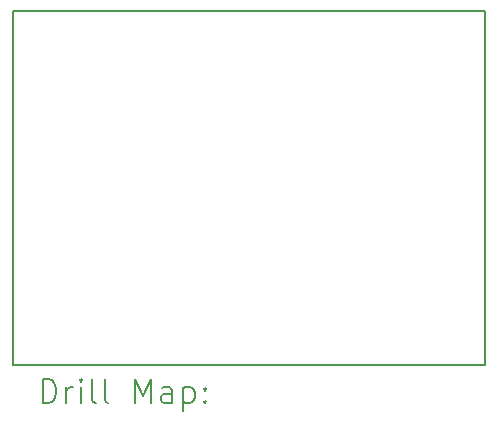
<source format=gbr>
%TF.GenerationSoftware,KiCad,Pcbnew,8.0.2*%
%TF.CreationDate,2024-05-26T22:22:25+02:00*%
%TF.ProjectId,ESP-Logger-HW,4553502d-4c6f-4676-9765-722d48572e6b,rev?*%
%TF.SameCoordinates,Original*%
%TF.FileFunction,Drillmap*%
%TF.FilePolarity,Positive*%
%FSLAX45Y45*%
G04 Gerber Fmt 4.5, Leading zero omitted, Abs format (unit mm)*
G04 Created by KiCad (PCBNEW 8.0.2) date 2024-05-26 22:22:25*
%MOMM*%
%LPD*%
G01*
G04 APERTURE LIST*
%ADD10C,0.150000*%
%ADD11C,0.200000*%
G04 APERTURE END LIST*
D10*
X2000000Y-5000000D02*
X2000000Y-2000000D01*
X2000000Y-2000000D02*
X6000000Y-2000000D01*
X6000000Y-2000000D02*
X6000000Y-5000000D01*
X6000000Y-5000000D02*
X2000000Y-5000000D01*
D11*
X2253277Y-5318984D02*
X2253277Y-5118984D01*
X2253277Y-5118984D02*
X2300896Y-5118984D01*
X2300896Y-5118984D02*
X2329467Y-5128508D01*
X2329467Y-5128508D02*
X2348515Y-5147555D01*
X2348515Y-5147555D02*
X2358039Y-5166603D01*
X2358039Y-5166603D02*
X2367563Y-5204698D01*
X2367563Y-5204698D02*
X2367563Y-5233270D01*
X2367563Y-5233270D02*
X2358039Y-5271365D01*
X2358039Y-5271365D02*
X2348515Y-5290412D01*
X2348515Y-5290412D02*
X2329467Y-5309460D01*
X2329467Y-5309460D02*
X2300896Y-5318984D01*
X2300896Y-5318984D02*
X2253277Y-5318984D01*
X2453277Y-5318984D02*
X2453277Y-5185650D01*
X2453277Y-5223746D02*
X2462801Y-5204698D01*
X2462801Y-5204698D02*
X2472324Y-5195174D01*
X2472324Y-5195174D02*
X2491372Y-5185650D01*
X2491372Y-5185650D02*
X2510420Y-5185650D01*
X2577086Y-5318984D02*
X2577086Y-5185650D01*
X2577086Y-5118984D02*
X2567563Y-5128508D01*
X2567563Y-5128508D02*
X2577086Y-5138031D01*
X2577086Y-5138031D02*
X2586610Y-5128508D01*
X2586610Y-5128508D02*
X2577086Y-5118984D01*
X2577086Y-5118984D02*
X2577086Y-5138031D01*
X2700896Y-5318984D02*
X2681848Y-5309460D01*
X2681848Y-5309460D02*
X2672324Y-5290412D01*
X2672324Y-5290412D02*
X2672324Y-5118984D01*
X2805658Y-5318984D02*
X2786610Y-5309460D01*
X2786610Y-5309460D02*
X2777086Y-5290412D01*
X2777086Y-5290412D02*
X2777086Y-5118984D01*
X3034229Y-5318984D02*
X3034229Y-5118984D01*
X3034229Y-5118984D02*
X3100896Y-5261841D01*
X3100896Y-5261841D02*
X3167562Y-5118984D01*
X3167562Y-5118984D02*
X3167562Y-5318984D01*
X3348515Y-5318984D02*
X3348515Y-5214222D01*
X3348515Y-5214222D02*
X3338991Y-5195174D01*
X3338991Y-5195174D02*
X3319943Y-5185650D01*
X3319943Y-5185650D02*
X3281848Y-5185650D01*
X3281848Y-5185650D02*
X3262801Y-5195174D01*
X3348515Y-5309460D02*
X3329467Y-5318984D01*
X3329467Y-5318984D02*
X3281848Y-5318984D01*
X3281848Y-5318984D02*
X3262801Y-5309460D01*
X3262801Y-5309460D02*
X3253277Y-5290412D01*
X3253277Y-5290412D02*
X3253277Y-5271365D01*
X3253277Y-5271365D02*
X3262801Y-5252317D01*
X3262801Y-5252317D02*
X3281848Y-5242793D01*
X3281848Y-5242793D02*
X3329467Y-5242793D01*
X3329467Y-5242793D02*
X3348515Y-5233270D01*
X3443753Y-5185650D02*
X3443753Y-5385650D01*
X3443753Y-5195174D02*
X3462801Y-5185650D01*
X3462801Y-5185650D02*
X3500896Y-5185650D01*
X3500896Y-5185650D02*
X3519943Y-5195174D01*
X3519943Y-5195174D02*
X3529467Y-5204698D01*
X3529467Y-5204698D02*
X3538991Y-5223746D01*
X3538991Y-5223746D02*
X3538991Y-5280889D01*
X3538991Y-5280889D02*
X3529467Y-5299936D01*
X3529467Y-5299936D02*
X3519943Y-5309460D01*
X3519943Y-5309460D02*
X3500896Y-5318984D01*
X3500896Y-5318984D02*
X3462801Y-5318984D01*
X3462801Y-5318984D02*
X3443753Y-5309460D01*
X3624705Y-5299936D02*
X3634229Y-5309460D01*
X3634229Y-5309460D02*
X3624705Y-5318984D01*
X3624705Y-5318984D02*
X3615182Y-5309460D01*
X3615182Y-5309460D02*
X3624705Y-5299936D01*
X3624705Y-5299936D02*
X3624705Y-5318984D01*
X3624705Y-5195174D02*
X3634229Y-5204698D01*
X3634229Y-5204698D02*
X3624705Y-5214222D01*
X3624705Y-5214222D02*
X3615182Y-5204698D01*
X3615182Y-5204698D02*
X3624705Y-5195174D01*
X3624705Y-5195174D02*
X3624705Y-5214222D01*
M02*

</source>
